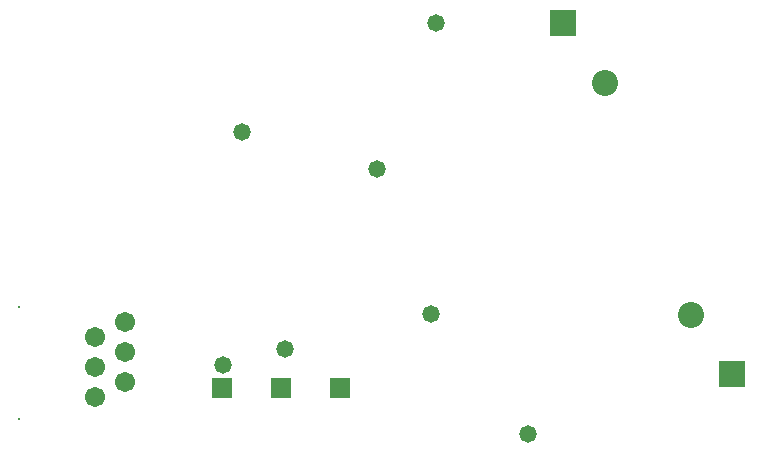
<source format=gbs>
%FSLAX25Y25*%
%MOIN*%
G70*
G01*
G75*
G04 Layer_Color=16711935*
%ADD10R,0.21654X0.07874*%
%ADD11R,0.22047X0.22047*%
%ADD12R,0.07874X0.04724*%
%ADD13R,0.05906X0.01181*%
%ADD14R,0.01181X0.05906*%
%ADD15R,0.03937X0.04331*%
%ADD16R,0.04331X0.03937*%
%ADD17R,0.04724X0.04724*%
%ADD18R,0.02756X0.02756*%
%ADD19R,0.04724X0.04724*%
%ADD20R,0.06614X0.05984*%
%ADD21R,0.05906X0.05118*%
%ADD22C,0.02756*%
%ADD23C,0.04724*%
%ADD24C,0.01000*%
%ADD25C,0.01181*%
%ADD26C,0.03937*%
%ADD27R,0.07874X0.07874*%
%ADD28C,0.07874*%
%ADD29R,0.05906X0.05906*%
%ADD30C,0.05906*%
%ADD31C,0.05000*%
%ADD32C,0.19685*%
%ADD33C,0.07874*%
%ADD34C,0.01969*%
%ADD35C,0.00394*%
%ADD36R,0.22453X0.08674*%
%ADD37R,0.22847X0.22847*%
%ADD38R,0.08674X0.05524*%
%ADD39R,0.06706X0.01981*%
%ADD40R,0.01981X0.06706*%
%ADD41R,0.04737X0.05131*%
%ADD42R,0.05131X0.04737*%
%ADD43R,0.05524X0.05524*%
%ADD44R,0.03556X0.03556*%
%ADD45R,0.05524X0.05524*%
%ADD46R,0.07414X0.06784*%
%ADD47R,0.06706X0.05918*%
%ADD48R,0.08674X0.08674*%
%ADD49C,0.08674*%
%ADD50R,0.06706X0.06706*%
%ADD51C,0.06706*%
%ADD52C,0.00800*%
%ADD53C,0.05800*%
D48*
X264567Y24409D02*
D03*
X208268Y141339D02*
D03*
D49*
X250787Y44094D02*
D03*
X222047Y121653D02*
D03*
D50*
X133858Y19685D02*
D03*
X114173D02*
D03*
X94488D02*
D03*
D51*
X61968Y41929D02*
D03*
X51968Y36929D02*
D03*
X61968Y31929D02*
D03*
Y21929D02*
D03*
X51968Y26929D02*
D03*
Y16929D02*
D03*
D52*
X26929Y46929D02*
D03*
Y9409D02*
D03*
D53*
X115354Y32677D02*
D03*
X165748Y141339D02*
D03*
X146063Y92913D02*
D03*
X196457Y4331D02*
D03*
X101181Y105118D02*
D03*
X164173Y44488D02*
D03*
X94882Y27559D02*
D03*
M02*

</source>
